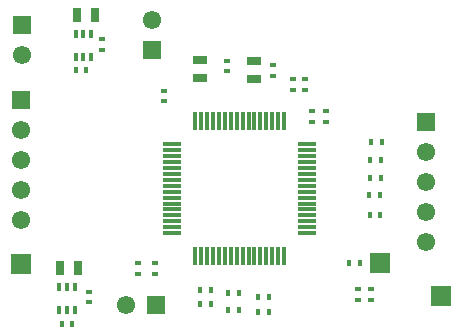
<source format=gts>
G04 #@! TF.FileFunction,Soldermask,Top*
%FSLAX46Y46*%
G04 Gerber Fmt 4.6, Leading zero omitted, Abs format (unit mm)*
G04 Created by KiCad (PCBNEW 4.0.4-stable) date 03/15/17 00:52:14*
%MOMM*%
%LPD*%
G01*
G04 APERTURE LIST*
%ADD10C,0.150000*%
%ADD11R,1.730000X1.730000*%
%ADD12R,1.554000X1.554000*%
%ADD13C,1.554000*%
%ADD14R,1.173000X0.665000*%
%ADD15R,0.428780X0.629440*%
%ADD16R,1.530000X0.330000*%
%ADD17R,0.330000X1.530000*%
%ADD18R,0.430000X0.680000*%
%ADD19R,0.629440X0.428780*%
%ADD20R,0.665000X1.173000*%
%ADD21R,0.430000X0.630000*%
G04 APERTURE END LIST*
D10*
D11*
X314700000Y-144350000D03*
D12*
X290570000Y-145100000D03*
D13*
X288030000Y-145100000D03*
D12*
X290250000Y-123470000D03*
D13*
X290250000Y-120930000D03*
D11*
X279200000Y-141600000D03*
D12*
X279200000Y-127770000D03*
D13*
X279200000Y-130310000D03*
X279200000Y-132850000D03*
X279200000Y-135390000D03*
X279200000Y-137930000D03*
D12*
X279300000Y-121380000D03*
D13*
X279300000Y-123920000D03*
D14*
X294350000Y-125862000D03*
X294350000Y-124338000D03*
D15*
X294350420Y-145050000D03*
X295249580Y-145050000D03*
D16*
X303400000Y-139000000D03*
X303400000Y-138500000D03*
X303400000Y-138000000D03*
X303400000Y-137500000D03*
X303400000Y-137000000D03*
X303400000Y-136500000D03*
X303400000Y-136000000D03*
X303400000Y-135500000D03*
X303400000Y-135000000D03*
X303400000Y-134500000D03*
X303400000Y-134000000D03*
X303400000Y-133500000D03*
X303400000Y-133000000D03*
X303400000Y-132500000D03*
X303400000Y-132000000D03*
X303400000Y-131500000D03*
D17*
X301450000Y-129550000D03*
X300950000Y-129550000D03*
X300450000Y-129550000D03*
X299950000Y-129550000D03*
X299450000Y-129550000D03*
X298950000Y-129550000D03*
X298450000Y-129550000D03*
X297950000Y-129550000D03*
X297450000Y-129550000D03*
X296950000Y-129550000D03*
X296450000Y-129550000D03*
X295950000Y-129550000D03*
X295450000Y-129550000D03*
X294950000Y-129550000D03*
X294450000Y-129550000D03*
X293950000Y-129550000D03*
D16*
X292000000Y-131500000D03*
X292000000Y-132000000D03*
X292000000Y-132500000D03*
X292000000Y-133000000D03*
X292000000Y-133500000D03*
X292000000Y-134000000D03*
X292000000Y-134500000D03*
X292000000Y-135000000D03*
X292000000Y-135500000D03*
X292000000Y-136000000D03*
X292000000Y-136500000D03*
X292000000Y-137000000D03*
X292000000Y-137500000D03*
X292000000Y-138000000D03*
X292000000Y-138500000D03*
X292000000Y-139000000D03*
D17*
X293950000Y-140950000D03*
X294450000Y-140950000D03*
X294950000Y-140950000D03*
X295450000Y-140950000D03*
X295950000Y-140950000D03*
X296450000Y-140950000D03*
X296950000Y-140950000D03*
X297450000Y-140950000D03*
X297950000Y-140950000D03*
X298450000Y-140950000D03*
X298950000Y-140950000D03*
X299450000Y-140950000D03*
X299950000Y-140950000D03*
X300450000Y-140950000D03*
X300950000Y-140950000D03*
X301450000Y-140950000D03*
D18*
X283800000Y-124075000D03*
X285100000Y-124075000D03*
X284450000Y-122175000D03*
X284450000Y-124075000D03*
X285100000Y-122175000D03*
X283800000Y-122175000D03*
D19*
X296650000Y-125299580D03*
X296650000Y-124400420D03*
X302250000Y-126000420D03*
X302250000Y-126899580D03*
X303250000Y-126000420D03*
X303250000Y-126899580D03*
X289100000Y-141550420D03*
X289100000Y-142449580D03*
D15*
X294350420Y-143850000D03*
X295249580Y-143850000D03*
X308850420Y-131300000D03*
X309749580Y-131300000D03*
D19*
X290500000Y-142449580D03*
X290500000Y-141550420D03*
D15*
X296700420Y-145500000D03*
X297599580Y-145500000D03*
X296700420Y-144100000D03*
X297599580Y-144100000D03*
X300149580Y-145700000D03*
X299250420Y-145700000D03*
D19*
X291300000Y-127849580D03*
X291300000Y-126950420D03*
D15*
X300149580Y-144400000D03*
X299250420Y-144400000D03*
D19*
X300500000Y-124800420D03*
X300500000Y-125699580D03*
X305000000Y-128700420D03*
X305000000Y-129599580D03*
X303800000Y-128700420D03*
X303800000Y-129599580D03*
D14*
X298900000Y-124438000D03*
X298900000Y-125962000D03*
D20*
X284037000Y-141925000D03*
X282513000Y-141925000D03*
X285412000Y-120525000D03*
X283888000Y-120525000D03*
D19*
X286050000Y-122575420D03*
X286050000Y-123474580D03*
D15*
X283800420Y-125175000D03*
X284699580Y-125175000D03*
D19*
X284975000Y-143975420D03*
X284975000Y-144874580D03*
D15*
X282625420Y-146725000D03*
X283524580Y-146725000D03*
D19*
X307725000Y-144649580D03*
X307725000Y-143750420D03*
X308825000Y-144649580D03*
X308825000Y-143750420D03*
D15*
X308750420Y-132800000D03*
X309649580Y-132800000D03*
X308750420Y-134300000D03*
X309649580Y-134300000D03*
X308650420Y-135800000D03*
X309549580Y-135800000D03*
X308700420Y-137500000D03*
X309599580Y-137500000D03*
D18*
X282425000Y-145475000D03*
X283725000Y-145475000D03*
X283075000Y-143575000D03*
X283075000Y-145475000D03*
X283725000Y-143575000D03*
X282425000Y-143575000D03*
D12*
X313450000Y-129570000D03*
D13*
X313450000Y-132110000D03*
X313450000Y-134650000D03*
X313450000Y-137190000D03*
X313450000Y-139730000D03*
D11*
X309550000Y-141550000D03*
D21*
X306950000Y-141550000D03*
X307850000Y-141550000D03*
M02*

</source>
